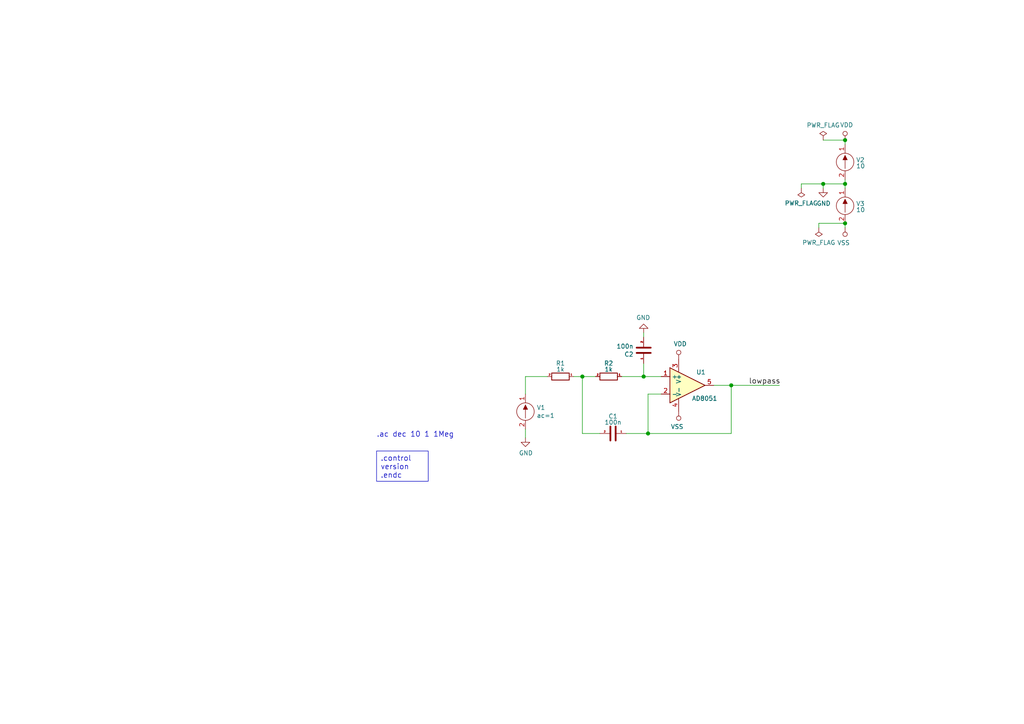
<source format=kicad_sch>
(kicad_sch (version 20250114) (generator "eeschema") (generator_version "9.0")
  (paper "A4")
  (lib_symbols
    (symbol "C_1" (pin_names (offset 0) (hide yes))
      (property "Reference" "C" (at 0.635 2.54 0))
      (property "Value" "C_1" (at 0.635 -2.54 0))
      (symbol "C_1_0_1"
        (polyline (pts (xy -2.032 0.762) (xy 2.032 0.762)) (stroke (width 0.508)))
        (polyline (pts (xy -2.032 -0.762) (xy 2.032 -0.762)) (stroke (width 0.508)))
      )
      (symbol "C_1_1_1"
        (pin passive line (at 0 3.81 270) (length 2.794) (name "1") (number "1"))
        (pin passive line (at 0 -3.81 90) (length 2.794) (name "2") (number "2"))
      )
    )
    (symbol "R_1" (pin_names (offset 0) (hide yes))
      (property "Reference" "R" (at 2.032 0 90))
      (property "Value" "R_1" (at 0 0 90))
      (symbol "R_1_0_1"
        (rectangle (start -1.016 -2.54) (end 1.016 2.54) (stroke (width 0.254)))
      )
      (symbol "R_1_1_1"
        (pin passive line (at 0 3.81 270) (length 1.27) (name "1") (number "1"))
        (pin passive line (at 0 -3.81 90) (length 1.27) (name "2") (number "2"))
      )
    )
    (symbol "power:PWR_FLAG" (power) (pin_numbers (hide yes)) (pin_names (offset 0) (hide yes))
      (property "Value" "PWR_FLAG" (at 0 3.81 0))
      (symbol "PWR_FLAG_0_0"
        (pin power_out line (at 0 0 90) (length 0) (name "pwr") (number "1"))
      )
      (symbol "PWR_FLAG_0_1"
        (polyline (pts (xy 0 0) (xy 0 1.27) (xy -1.016 1.905) (xy 0 2.54) (xy 1.016 1.905) (xy 0 1.27)))
      )
    )
    (symbol "sallen_key_schlib:C" (pin_names (offset 0) (hide yes))
      (property "Reference" "C" (at 0.635 2.54 0))
      (property "Value" "C" (at 0.635 -2.54 0))
      (symbol "C_0_1"
        (polyline (pts (xy -2.032 0.762) (xy 2.032 0.762)) (stroke (width 0.508)))
        (polyline (pts (xy -2.032 -0.762) (xy 2.032 -0.762)) (stroke (width 0.508)))
      )
      (symbol "C_1_1"
        (pin passive line (at 0 3.81 270) (length 2.794) (name "1") (number "1"))
        (pin passive line (at 0 -3.81 90) (length 2.794) (name "2") (number "2"))
      )
    )
    (symbol "sallen_key_schlib:GND" (power) (pin_names (offset 0))
      (property "Value" "GND" (at 0 -3.81 0))
      (symbol "GND_0_1"
        (polyline (pts (xy 0 0) (xy 0 -1.27) (xy 1.27 -1.27) (xy 0 -2.54) (xy -1.27 -1.27) (xy 0 -1.27)))
      )
      (symbol "GND_1_1"
        (pin power_in line (at 0 0 270) (length 0) (hide yes) (name "GND") (number "1"))
      )
    )
    (symbol "sallen_key_schlib:Generic_Opamp"
      (property "Reference" "U" (at 0 6.35 0))
      (property "Value" "Generic_Opamp" (at 0 3.81 0))
      (symbol "Generic_Opamp_0_1"
        (polyline (pts (xy -5.08 5.08) (xy 5.08 0) (xy -5.08 -5.08) (xy -5.08 5.08)) (stroke (width 0.254)) (fill (type background)))
      )
      (symbol "Generic_Opamp_1_1"
        (pin input line (at -7.62 2.54 0) (length 2.54) (name "+") (number "1"))
        (pin input line (at -7.62 -2.54 0) (length 2.54) (name "-") (number "2"))
        (pin power_in line (at -2.54 7.62 270) (length 3.81) (name "V+") (number "3"))
        (pin power_in line (at -2.54 -7.62 90) (length 3.81) (name "V-") (number "4"))
        (pin output line (at 7.62 0 180) (length 2.54) (name "~") (number "5"))
      )
    )
    (symbol "sallen_key_schlib:R" (pin_names (offset 0) (hide yes))
      (property "Reference" "R" (at 2.032 0 90))
      (property "Value" "R" (at 0 0 90))
      (symbol "R_0_1"
        (rectangle (start -1.016 -2.54) (end 1.016 2.54) (stroke (width 0.254)))
      )
      (symbol "R_1_1"
        (pin passive line (at 0 3.81 270) (length 1.27) (name "1") (number "1"))
        (pin passive line (at 0 -3.81 90) (length 1.27) (name "2") (number "2"))
      )
    )
    (symbol "sallen_key_schlib:VDD" (power) (pin_names (offset 0))
      (property "Value" "VDD" (at 0 3.81 0))
      (symbol "VDD_0_1"
        (circle (center 0 1.905) (radius 0.635))
        (polyline (pts (xy 0 0) (xy 0 1.27)))
      )
      (symbol "VDD_1_1"
        (pin power_in line (at 0 0 90) (length 0) (hide yes) (name "VDD") (number "1"))
      )
    )
    (symbol "sallen_key_schlib:VSOURCE" (pin_names (offset 1.016))
      (property "Reference" "V" (at 5.08 5.08 0))
      (symbol "VSOURCE_0_1"
        (polyline (pts (xy 0 1.905) (xy -0.635 0.635) (xy 0.635 0.635) (xy 0 1.905)) (fill (type outline)))
        (circle (center 0 0) (radius 2.54))
        (polyline (pts (xy 0 -1.905) (xy 0 1.905)))
      )
      (symbol "VSOURCE_1_1"
        (pin input line (at 0 5.08 270) (length 2.54) (name "~") (number "1"))
        (pin input line (at 0 -5.08 90) (length 2.54) (name "~") (number "2"))
      )
    )
    (symbol "sallen_key_schlib:VSS" (power) (pin_names (offset 0))
      (property "Value" "VSS" (at 0 3.81 0))
      (symbol "VSS_0_1"
        (circle (center 0 1.905) (radius 0.635))
        (polyline (pts (xy 0 0) (xy 0 1.27)))
      )
      (symbol "VSS_1_1"
        (pin power_in line (at 0 0 90) (length 0) (hide yes) (name "VSS") (number "1"))
      )
    )
  )
  (text ".ac dec 10 1 1Meg\n" (at 109.22 127 0) (effects (font (size 1.524 1.524)) (justify left bottom)))
  (text_box ".control\nversion\n.endc" (at 109.22 130.81 0) (size 14.986 8.7796) (margins 1.143 1.143 1.143 1.143) (effects (font (size 1.524 1.524)) (justify left top)))
  (junction (at 238.76 53.34) (diameter 1.016))
  (junction (at 245.11 40.64) (diameter 1.016))
  (junction (at 245.11 64.77) (diameter 1.016))
  (junction (at 168.91 109.22) (diameter 1.016))
  (junction (at 212.09 111.76) (diameter 1.016))
  (junction (at 245.11 53.34) (diameter 1.016))
  (junction (at 187.96 125.73) (diameter 1.016))
  (junction (at 186.69 109.22) (diameter 1.016))
  (wire (pts (xy 212.09 125.73) (xy 187.96 125.73)))
  (wire (pts (xy 168.91 109.22) (xy 172.72 109.22)))
  (wire (pts (xy 187.96 114.3) (xy 191.77 114.3)))
  (wire (pts (xy 238.76 53.34) (xy 245.11 53.34)))
  (wire (pts (xy 237.49 64.77) (xy 237.49 66.04)))
  (wire (pts (xy 186.69 109.22) (xy 191.77 109.22)))
  (wire (pts (xy 187.96 125.73) (xy 181.61 125.73)))
  (wire (pts (xy 180.34 109.22) (xy 186.69 109.22)))
  (wire (pts (xy 152.4 124.46) (xy 152.4 127)))
  (wire (pts (xy 245.11 64.77) (xy 237.49 64.77)))
  (wire (pts (xy 168.91 125.73) (xy 168.91 109.22)))
  (wire (pts (xy 212.09 125.73) (xy 212.09 111.76)))
  (wire (pts (xy 187.96 125.73) (xy 187.96 114.3)))
  (wire (pts (xy 212.09 111.76) (xy 226.06 111.76)))
  (wire (pts (xy 173.99 125.73) (xy 168.91 125.73)))
  (wire (pts (xy 166.37 109.22) (xy 168.91 109.22)))
  (wire (pts (xy 245.11 52.07) (xy 245.11 53.34)))
  (wire (pts (xy 238.76 53.34) (xy 238.76 54.61)))
  (wire (pts (xy 238.76 40.64) (xy 245.11 40.64)))
  (wire (pts (xy 186.69 105.41) (xy 186.69 109.22)))
  (wire (pts (xy 245.11 53.34) (xy 245.11 54.61)))
  (wire (pts (xy 232.41 53.34) (xy 232.41 54.61)))
  (wire (pts (xy 245.11 66.04) (xy 245.11 64.77)))
  (wire (pts (xy 232.41 53.34) (xy 238.76 53.34)))
  (wire (pts (xy 245.11 40.64) (xy 245.11 41.91)))
  (wire (pts (xy 186.69 96.52) (xy 186.69 97.79)))
  (wire (pts (xy 207.01 111.76) (xy 212.09 111.76)))
  (wire (pts (xy 158.75 109.22) (xy 152.4 109.22)))
  (wire (pts (xy 152.4 109.22) (xy 152.4 114.3)))
  (label "lowpass" (at 217.17 111.76 0) (effects (font (size 1.524 1.524))))
  (symbol (lib_id "sallen_key_schlib:VSOURCE") (at 152.4 119.38 0) (unit 1)
    (property "Reference" "V1" (at 155.6512 118.2116 0) (effects (justify left)))
    (property "Value" "${SIM.PARAMS}" (at 155.6512 120.523 0) (effects (justify left)))
    (property "Fieldname" "Value" (effects (hide yes)))
    (property "Sim.Device" "V" (effects (hide yes)))
    (property "Sim.Params" "ac=1" (effects (hide yes)))
    (property "Sim.Pins" "1=+ 2=-" (effects (hide yes)))
    (property "Sim.Type" "DC" (effects (hide yes)))
  )
  (symbol (lib_id "sallen_key_schlib:Generic_Opamp") (at 199.39 111.76 0) (unit 1)
    (property "Reference" "U1" (at 201.93 107.95 0) (effects (justify left)))
    (property "Value" "AD8051" (at 200.66 115.57 0) (effects (justify left)))
    (property "Sim.Library" "ad8051.lib" (effects (hide yes)))
    (property "Sim.Name" "AD8051" (effects (hide yes)))
    (property "Sim.Pins" "1=1 2=2 3=99 4=50 5=45" (effects (hide yes)))
  )
  (symbol (lib_id "sallen_key_schlib:VSOURCE") (at 245.11 46.99 0) (unit 1)
    (property "Reference" "V2" (at 248.285 46.3955 0) (effects (justify left)))
    (property "Value" "10" (at 248.285 48.1577 0) (effects (justify left)))
    (property "Sim.Device" "V" (effects (hide yes)))
    (property "Sim.Type" "DC" (effects (hide yes)))
    (property "Sim.Pins" "1=+ 2=-" (effects (hide yes)))
  )
  (symbol (lib_id "sallen_key_schlib:VSOURCE") (at 245.11 59.69 0) (unit 1)
    (property "Reference" "V3" (at 248.285 59.0955 0) (effects (justify left)))
    (property "Value" "10" (at 248.285 60.8577 0) (effects (justify left)))
    (property "Sim.Device" "V" (effects (hide yes)))
    (property "Sim.Type" "DC" (effects (hide yes)))
    (property "Sim.Pins" "1=+ 2=-" (effects (hide yes)))
  )
  (symbol (lib_id "sallen_key_schlib:GND") (at 238.76 54.61 0) (unit 1)
    (property "Reference" "#PWR05" (effects (hide yes)))
    (property "Value" "GND" (at 238.887 59.0042 0))
  )
  (symbol (lib_id "sallen_key_schlib:VDD") (at 245.11 40.64 0) (unit 1)
    (property "Reference" "#PWR06" (effects (hide yes)))
    (property "Value" "VDD" (at 245.5418 36.2458 0))
  )
  (symbol (lib_id "sallen_key_schlib:VSS") (at 245.11 66.04 180) (unit 1)
    (property "Reference" "#PWR07" (effects (hide yes)))
    (property "Value" "VSS" (at 244.6528 70.4342 0))
  )
  (symbol (lib_id "sallen_key_schlib:VDD") (at 196.85 104.14 0) (unit 1)
    (property "Reference" "#PWR03" (effects (hide yes)))
    (property "Value" "VDD" (at 197.2818 99.7458 0))
  )
  (symbol (lib_id "sallen_key_schlib:VSS") (at 196.85 119.38 180) (unit 1)
    (property "Reference" "#PWR04" (effects (hide yes)))
    (property "Value" "VSS" (at 196.3928 123.7742 0))
  )
  (symbol (lib_id "sallen_key_schlib:R") (at 176.53 109.22 270) (unit 1)
    (property "Reference" "R2" (at 176.53 105.3719 90))
    (property "Value" "1k" (at 176.53 107.1341 90))
    (property "Fieldname" "Value" (effects (hide yes)))
    (property "Sim.Pins" "1=1 2=2" (effects (hide yes)))
  )
  (symbol (lib_name "R_1") (lib_id "sallen_key_schlib:R") (at 162.56 109.22 270) (unit 1)
    (property "Reference" "R1" (at 162.56 105.3719 90))
    (property "Value" "1k" (at 162.56 107.1341 90))
    (property "Fieldname" "Value" (effects (hide yes)))
    (property "Sim.Pins" "1=1 2=2" (effects (hide yes)))
  )
  (symbol (lib_name "C_1") (lib_id "sallen_key_schlib:C") (at 177.8 125.73 270) (unit 1)
    (property "Reference" "C1" (at 177.8 120.7389 90))
    (property "Value" "100n" (at 177.8 122.5011 90))
  )
  (symbol (lib_id "sallen_key_schlib:C") (at 186.69 101.6 180) (unit 1)
    (property "Reference" "C2" (at 183.769 102.7684 0) (effects (justify left)))
    (property "Value" "100n" (at 183.769 100.457 0) (effects (justify left)))
    (property "Fieldname" "Value" (effects (hide yes)))
    (property "Sim.Pins" "1=1 2=2" (effects (hide yes)))
  )
  (symbol (lib_id "sallen_key_schlib:GND") (at 186.69 96.52 180) (unit 1)
    (property "Reference" "#PWR02" (effects (hide yes)))
    (property "Value" "GND" (at 186.563 92.1258 0))
  )
  (symbol (lib_id "sallen_key_schlib:GND") (at 152.4 127 0) (unit 1)
    (property "Reference" "#PWR0101" (effects (hide yes)))
    (property "Value" "GND" (at 152.527 131.3942 0))
  )
  (symbol (lib_id "power:PWR_FLAG") (at 237.49 66.04 180) (unit 1)
    (property "Reference" "#FLG0101" (effects (hide yes)))
    (property "Value" "PWR_FLAG" (at 237.49 70.3644 0))
  )
  (symbol (lib_id "power:PWR_FLAG") (at 238.76 40.64 0) (unit 1)
    (property "Reference" "#FLG0103" (effects (hide yes)))
    (property "Value" "PWR_FLAG" (at 238.76 36.3156 0))
  )
  (symbol (lib_id "power:PWR_FLAG") (at 232.41 54.61 180) (unit 1)
    (property "Reference" "#FLG0102" (effects (hide yes)))
    (property "Value" "PWR_FLAG" (at 232.41 58.9344 0))
  )
)
</source>
